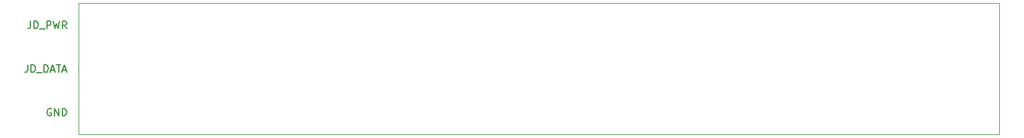
<source format=gbr>
%TF.GenerationSoftware,KiCad,Pcbnew,9.0.0*%
%TF.CreationDate,2025-02-27T17:04:55+00:00*%
%TF.ProjectId,vm_keycap_button_row_0.1,766d5f6b-6579-4636-9170-5f627574746f,v0.1*%
%TF.SameCoordinates,PX8a48640PY47868c0*%
%TF.FileFunction,Other,User*%
%FSLAX46Y46*%
G04 Gerber Fmt 4.6, Leading zero omitted, Abs format (unit mm)*
G04 Created by KiCad (PCBNEW 9.0.0) date 2025-02-27 17:04:55*
%MOMM*%
%LPD*%
G01*
G04 APERTURE LIST*
%ADD10C,0.100000*%
%ADD11C,0.150000*%
%ADD12C,0.120000*%
%ADD13C,0.110000*%
%ADD14C,0.130000*%
G04 APERTURE END LIST*
D10*
X-64000000Y9000000D02*
X62000000Y9000000D01*
X62000000Y-9000000D01*
X-64000000Y-9000000D01*
X-64000000Y9000000D01*
D11*
X-67761905Y-5502438D02*
X-67857143Y-5454819D01*
X-67857143Y-5454819D02*
X-68000000Y-5454819D01*
X-68000000Y-5454819D02*
X-68142857Y-5502438D01*
X-68142857Y-5502438D02*
X-68238095Y-5597676D01*
X-68238095Y-5597676D02*
X-68285714Y-5692914D01*
X-68285714Y-5692914D02*
X-68333333Y-5883390D01*
X-68333333Y-5883390D02*
X-68333333Y-6026247D01*
X-68333333Y-6026247D02*
X-68285714Y-6216723D01*
X-68285714Y-6216723D02*
X-68238095Y-6311961D01*
X-68238095Y-6311961D02*
X-68142857Y-6407200D01*
X-68142857Y-6407200D02*
X-68000000Y-6454819D01*
X-68000000Y-6454819D02*
X-67904762Y-6454819D01*
X-67904762Y-6454819D02*
X-67761905Y-6407200D01*
X-67761905Y-6407200D02*
X-67714286Y-6359580D01*
X-67714286Y-6359580D02*
X-67714286Y-6026247D01*
X-67714286Y-6026247D02*
X-67904762Y-6026247D01*
X-67285714Y-6454819D02*
X-67285714Y-5454819D01*
X-67285714Y-5454819D02*
X-66714286Y-6454819D01*
X-66714286Y-6454819D02*
X-66714286Y-5454819D01*
X-66238095Y-6454819D02*
X-66238095Y-5454819D01*
X-66238095Y-5454819D02*
X-66000000Y-5454819D01*
X-66000000Y-5454819D02*
X-65857143Y-5502438D01*
X-65857143Y-5502438D02*
X-65761905Y-5597676D01*
X-65761905Y-5597676D02*
X-65714286Y-5692914D01*
X-65714286Y-5692914D02*
X-65666667Y-5883390D01*
X-65666667Y-5883390D02*
X-65666667Y-6026247D01*
X-65666667Y-6026247D02*
X-65714286Y-6216723D01*
X-65714286Y-6216723D02*
X-65761905Y-6311961D01*
X-65761905Y-6311961D02*
X-65857143Y-6407200D01*
X-65857143Y-6407200D02*
X-66000000Y-6454819D01*
X-66000000Y-6454819D02*
X-66238095Y-6454819D01*
X-70609524Y6545181D02*
X-70609524Y5830896D01*
X-70609524Y5830896D02*
X-70657143Y5688039D01*
X-70657143Y5688039D02*
X-70752381Y5592800D01*
X-70752381Y5592800D02*
X-70895238Y5545181D01*
X-70895238Y5545181D02*
X-70990476Y5545181D01*
X-70133333Y5545181D02*
X-70133333Y6545181D01*
X-70133333Y6545181D02*
X-69895238Y6545181D01*
X-69895238Y6545181D02*
X-69752381Y6497562D01*
X-69752381Y6497562D02*
X-69657143Y6402324D01*
X-69657143Y6402324D02*
X-69609524Y6307086D01*
X-69609524Y6307086D02*
X-69561905Y6116610D01*
X-69561905Y6116610D02*
X-69561905Y5973753D01*
X-69561905Y5973753D02*
X-69609524Y5783277D01*
X-69609524Y5783277D02*
X-69657143Y5688039D01*
X-69657143Y5688039D02*
X-69752381Y5592800D01*
X-69752381Y5592800D02*
X-69895238Y5545181D01*
X-69895238Y5545181D02*
X-70133333Y5545181D01*
X-69371428Y5449943D02*
X-68609524Y5449943D01*
X-68371428Y5545181D02*
X-68371428Y6545181D01*
X-68371428Y6545181D02*
X-67990476Y6545181D01*
X-67990476Y6545181D02*
X-67895238Y6497562D01*
X-67895238Y6497562D02*
X-67847619Y6449943D01*
X-67847619Y6449943D02*
X-67800000Y6354705D01*
X-67800000Y6354705D02*
X-67800000Y6211848D01*
X-67800000Y6211848D02*
X-67847619Y6116610D01*
X-67847619Y6116610D02*
X-67895238Y6068991D01*
X-67895238Y6068991D02*
X-67990476Y6021372D01*
X-67990476Y6021372D02*
X-68371428Y6021372D01*
X-67466666Y6545181D02*
X-67228571Y5545181D01*
X-67228571Y5545181D02*
X-67038095Y6259467D01*
X-67038095Y6259467D02*
X-66847619Y5545181D01*
X-66847619Y5545181D02*
X-66609523Y6545181D01*
X-65657143Y5545181D02*
X-65990476Y6021372D01*
X-66228571Y5545181D02*
X-66228571Y6545181D01*
X-66228571Y6545181D02*
X-65847619Y6545181D01*
X-65847619Y6545181D02*
X-65752381Y6497562D01*
X-65752381Y6497562D02*
X-65704762Y6449943D01*
X-65704762Y6449943D02*
X-65657143Y6354705D01*
X-65657143Y6354705D02*
X-65657143Y6211848D01*
X-65657143Y6211848D02*
X-65704762Y6116610D01*
X-65704762Y6116610D02*
X-65752381Y6068991D01*
X-65752381Y6068991D02*
X-65847619Y6021372D01*
X-65847619Y6021372D02*
X-66228571Y6021372D01*
X-70976191Y545181D02*
X-70976191Y-169104D01*
X-70976191Y-169104D02*
X-71023810Y-311961D01*
X-71023810Y-311961D02*
X-71119048Y-407200D01*
X-71119048Y-407200D02*
X-71261905Y-454819D01*
X-71261905Y-454819D02*
X-71357143Y-454819D01*
X-70500000Y-454819D02*
X-70500000Y545181D01*
X-70500000Y545181D02*
X-70261905Y545181D01*
X-70261905Y545181D02*
X-70119048Y497562D01*
X-70119048Y497562D02*
X-70023810Y402324D01*
X-70023810Y402324D02*
X-69976191Y307086D01*
X-69976191Y307086D02*
X-69928572Y116610D01*
X-69928572Y116610D02*
X-69928572Y-26247D01*
X-69928572Y-26247D02*
X-69976191Y-216723D01*
X-69976191Y-216723D02*
X-70023810Y-311961D01*
X-70023810Y-311961D02*
X-70119048Y-407200D01*
X-70119048Y-407200D02*
X-70261905Y-454819D01*
X-70261905Y-454819D02*
X-70500000Y-454819D01*
X-69738095Y-550057D02*
X-68976191Y-550057D01*
X-68738095Y-454819D02*
X-68738095Y545181D01*
X-68738095Y545181D02*
X-68500000Y545181D01*
X-68500000Y545181D02*
X-68357143Y497562D01*
X-68357143Y497562D02*
X-68261905Y402324D01*
X-68261905Y402324D02*
X-68214286Y307086D01*
X-68214286Y307086D02*
X-68166667Y116610D01*
X-68166667Y116610D02*
X-68166667Y-26247D01*
X-68166667Y-26247D02*
X-68214286Y-216723D01*
X-68214286Y-216723D02*
X-68261905Y-311961D01*
X-68261905Y-311961D02*
X-68357143Y-407200D01*
X-68357143Y-407200D02*
X-68500000Y-454819D01*
X-68500000Y-454819D02*
X-68738095Y-454819D01*
X-67785714Y-169104D02*
X-67309524Y-169104D01*
X-67880952Y-454819D02*
X-67547619Y545181D01*
X-67547619Y545181D02*
X-67214286Y-454819D01*
X-67023809Y545181D02*
X-66452381Y545181D01*
X-66738095Y-454819D02*
X-66738095Y545181D01*
X-66166666Y-169104D02*
X-65690476Y-169104D01*
X-66261904Y-454819D02*
X-65928571Y545181D01*
X-65928571Y545181D02*
X-65595238Y-454819D01*
D12*
%TO.C,GS2*%
X-64000000Y-6000000D02*
X-64000000Y-6000000D01*
D13*
%TO.C,GS1*%
X-64000000Y6000000D02*
X-64000000Y6000000D01*
D14*
%TO.C,GS3*%
X-64000000Y0D02*
X-64000000Y0D01*
%TD*%
M02*

</source>
